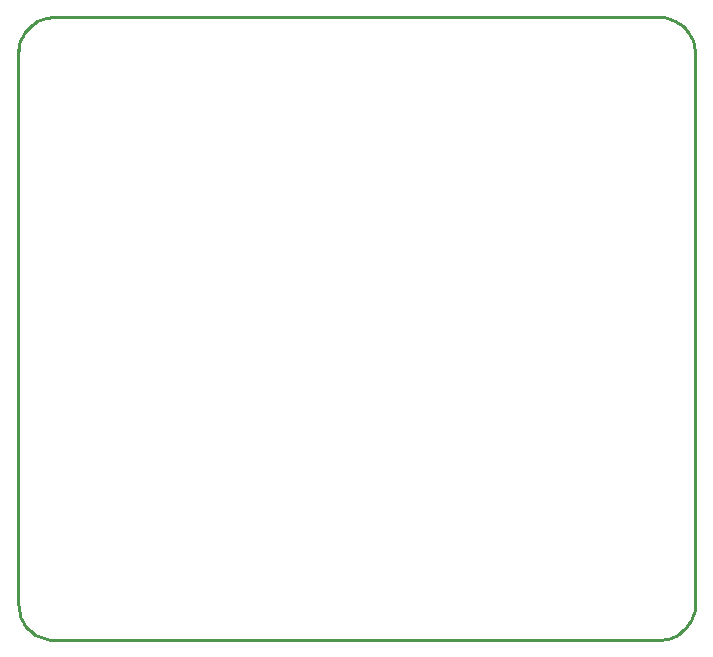
<source format=gko>
G04*
G04 #@! TF.GenerationSoftware,Altium Limited,Altium Designer,22.9.1 (49)*
G04*
G04 Layer_Color=16711935*
%FSLAX25Y25*%
%MOIN*%
G70*
G04*
G04 #@! TF.SameCoordinates,75241AAF-32B0-4302-B227-1967B964D7D5*
G04*
G04*
G04 #@! TF.FilePolarity,Positive*
G04*
G01*
G75*
%ADD15C,0.01000*%
D15*
X0Y12000D02*
X23Y10975D01*
X135Y9956D01*
X336Y8950D01*
X623Y7966D01*
X995Y7011D01*
X1449Y6092D01*
X1982Y5215D01*
X2588Y4389D01*
X3265Y3618D01*
X4006Y2910D01*
X4806Y2268D01*
X5658Y1699D01*
X6558Y1206D01*
X7496Y794D01*
X8467Y465D01*
X9463Y222D01*
X10477Y66D01*
X11500Y0D01*
X212500Y-0D02*
X213494Y-42D01*
X214489Y-1D01*
X215476Y122D01*
X216451Y326D01*
X217405Y609D01*
X218332Y970D01*
X219226Y1407D01*
X220081Y1916D01*
X220892Y2494D01*
X221651Y3137D01*
X222356Y3840D01*
X222999Y4600D01*
X223578Y5409D01*
X224088Y6264D01*
X224525Y7158D01*
X224887Y8085D01*
X225172Y9038D01*
X225376Y10012D01*
X225500Y11000D01*
X225500Y195500D02*
X225460Y196519D01*
X225334Y197530D01*
X225122Y198527D01*
X224826Y199503D01*
X224448Y200449D01*
X223991Y201361D01*
X223458Y202229D01*
X222852Y203050D01*
X222180Y203816D01*
X221445Y204522D01*
X220652Y205163D01*
X219807Y205734D01*
X218917Y206231D01*
X217988Y206651D01*
X217027Y206990D01*
X216040Y207246D01*
X215035Y207417D01*
X214019Y207502D01*
X213000Y207500D01*
X11999Y207499D02*
X11001Y207477D01*
X10010Y207372D01*
X9030Y207183D01*
X8071Y206911D01*
X7137Y206559D01*
X6238Y206129D01*
X5377Y205624D01*
X4563Y205048D01*
X3800Y204405D01*
X3095Y203700D01*
X2452Y202937D01*
X1876Y202123D01*
X1371Y201262D01*
X941Y200363D01*
X589Y199429D01*
X317Y198470D01*
X128Y197490D01*
X22Y196499D01*
X1Y195501D01*
X225500Y195500D02*
X225500Y11000D01*
X11999Y207499D02*
X213000Y207500D01*
X0Y195500D02*
X1Y195501D01*
X10500Y207500D02*
X18000D01*
X-0Y12000D02*
X0Y197000D01*
X11500Y0D02*
X214500Y0D01*
M02*

</source>
